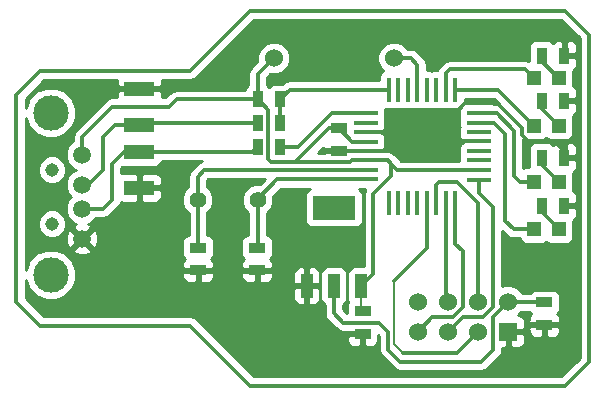
<source format=gtl>
G04 (created by PCBNEW-RS274X (2012-apr-16-27)-stable) date Wed 14 May 2014 05:30:57 PM MSK*
G01*
G70*
G90*
%MOIN*%
G04 Gerber Fmt 3.4, Leading zero omitted, Abs format*
%FSLAX34Y34*%
G04 APERTURE LIST*
%ADD10C,0.006000*%
%ADD11C,0.012000*%
%ADD12C,0.059100*%
%ADD13C,0.118100*%
%ADD14R,0.078700X0.017700*%
%ADD15R,0.017700X0.078700*%
%ADD16R,0.144000X0.080000*%
%ADD17R,0.040000X0.080000*%
%ADD18R,0.100000X0.050000*%
%ADD19R,0.035000X0.055000*%
%ADD20R,0.055000X0.035000*%
%ADD21R,0.060000X0.060000*%
%ADD22C,0.060000*%
%ADD23R,0.047200X0.047200*%
%ADD24C,0.056000*%
%ADD25C,0.045000*%
%ADD26C,0.011800*%
%ADD27C,0.008000*%
%ADD28C,0.010000*%
G04 APERTURE END LIST*
G54D10*
G54D11*
X40200Y-34700D02*
X40200Y-33900D01*
X41000Y-35500D02*
X40200Y-34700D01*
X46000Y-35500D02*
X41000Y-35500D01*
X40200Y-27800D02*
X40200Y-34000D01*
X41000Y-27000D02*
X40200Y-27800D01*
X46000Y-27000D02*
X41000Y-27000D01*
X59300Y-36700D02*
X59200Y-36800D01*
X59300Y-36600D02*
X59300Y-36700D01*
X59300Y-25800D02*
X59300Y-36600D01*
X59200Y-25700D02*
X59300Y-25800D01*
X58500Y-25000D02*
X48000Y-25000D01*
X58500Y-37500D02*
X59200Y-36800D01*
X58500Y-25000D02*
X59200Y-25700D01*
X48000Y-37500D02*
X58500Y-37500D01*
X46000Y-35500D02*
X48000Y-37500D01*
X46000Y-27000D02*
X48000Y-25000D01*
G54D12*
X42400Y-32600D03*
X42400Y-31600D03*
X42400Y-30800D03*
X42400Y-29800D03*
G54D13*
X41350Y-33800D03*
X41350Y-28400D03*
G54D14*
X51844Y-30621D03*
X51844Y-30306D03*
X51844Y-29991D03*
X51844Y-29676D03*
X51844Y-29361D03*
X51844Y-29046D03*
X51844Y-28731D03*
X51844Y-28416D03*
X55610Y-28418D03*
X55610Y-30628D03*
X55610Y-30308D03*
X55610Y-29988D03*
X55610Y-29678D03*
X55610Y-29358D03*
X55610Y-29048D03*
X55610Y-28728D03*
G54D15*
X52628Y-27628D03*
X52942Y-27628D03*
X53258Y-27628D03*
X53572Y-27628D03*
X53888Y-27628D03*
X54202Y-27628D03*
X54518Y-27628D03*
X54832Y-27628D03*
X52630Y-31408D03*
X52940Y-31408D03*
X53260Y-31408D03*
X53570Y-31408D03*
X53880Y-31408D03*
X54200Y-31408D03*
X54520Y-31408D03*
X54840Y-31408D03*
G54D16*
X50787Y-31574D03*
G54D17*
X50787Y-34174D03*
X51687Y-34174D03*
X49887Y-34174D03*
G54D18*
X44300Y-27600D03*
X44300Y-28800D03*
X44300Y-30900D03*
X44300Y-29700D03*
G54D19*
X57725Y-26500D03*
X58475Y-26500D03*
X57725Y-28000D03*
X58475Y-28000D03*
X57725Y-29900D03*
X58475Y-29900D03*
X57725Y-31500D03*
X58475Y-31500D03*
G54D20*
X46260Y-32893D03*
X46260Y-33643D03*
G54D19*
X48247Y-27953D03*
X48997Y-27953D03*
X48997Y-28740D03*
X48247Y-28740D03*
X48997Y-29528D03*
X48247Y-29528D03*
G54D20*
X57800Y-34725D03*
X57800Y-35475D03*
X51750Y-35025D03*
X51750Y-35775D03*
X48228Y-32893D03*
X48228Y-33643D03*
G54D21*
X56600Y-35700D03*
G54D22*
X56600Y-34700D03*
X55600Y-35700D03*
X55600Y-34700D03*
X54600Y-35700D03*
X54600Y-34700D03*
X53600Y-35700D03*
X53600Y-34700D03*
G54D23*
X57461Y-27259D03*
X58287Y-27259D03*
X57461Y-28834D03*
X58287Y-28834D03*
X57461Y-30709D03*
X58287Y-30709D03*
X57461Y-32283D03*
X58287Y-32283D03*
G54D24*
X46244Y-31299D03*
X48244Y-31299D03*
G54D22*
X48787Y-26575D03*
X52787Y-26575D03*
G54D20*
X50950Y-28925D03*
X50950Y-29675D03*
G54D25*
X41400Y-30300D03*
X41400Y-32100D03*
G54D26*
X55700Y-36700D02*
X56100Y-36300D01*
X56100Y-35200D02*
X56600Y-34700D01*
X50787Y-34174D02*
X50787Y-35087D01*
X56625Y-34725D02*
X56600Y-34700D01*
X52600Y-35700D02*
X52600Y-36300D01*
X52300Y-35400D02*
X52600Y-35700D01*
X51100Y-35400D02*
X52300Y-35400D01*
X50787Y-35087D02*
X51100Y-35400D01*
X57800Y-34725D02*
X56625Y-34725D01*
X56100Y-36300D02*
X56100Y-35200D01*
X52600Y-36300D02*
X53000Y-36700D01*
X53000Y-36700D02*
X55700Y-36700D01*
X53880Y-32920D02*
X52800Y-34000D01*
G54D27*
X52800Y-34000D02*
X52800Y-36100D01*
G54D26*
X53880Y-31408D02*
X53880Y-32920D01*
G54D27*
X52800Y-36100D02*
X53100Y-36400D01*
G54D26*
X53100Y-36400D02*
X54900Y-36400D01*
X54900Y-36400D02*
X55600Y-35700D01*
X54200Y-31408D02*
X54200Y-30800D01*
X54900Y-30700D02*
X55600Y-31400D01*
X55600Y-31400D02*
X55600Y-34700D01*
X54200Y-30800D02*
X54300Y-30700D01*
X54300Y-30700D02*
X54900Y-30700D01*
X56783Y-32283D02*
X57461Y-32283D01*
X56500Y-32000D02*
X56783Y-32283D01*
X56500Y-29100D02*
X56500Y-32000D01*
X56128Y-28728D02*
X56500Y-29100D01*
X55610Y-28728D02*
X56128Y-28728D01*
X56800Y-30500D02*
X57009Y-30709D01*
X56218Y-28418D02*
X56800Y-29000D01*
X56800Y-29000D02*
X56800Y-30500D01*
X55610Y-28418D02*
X56218Y-28418D01*
X57009Y-30709D02*
X57461Y-30709D01*
X54832Y-27628D02*
X56255Y-27628D01*
X56255Y-27628D02*
X57461Y-28834D01*
X54518Y-27082D02*
X54650Y-26950D01*
X57152Y-26950D02*
X57461Y-27259D01*
X54518Y-27628D02*
X54518Y-27082D01*
X54650Y-26950D02*
X57152Y-26950D01*
X54840Y-31408D02*
X54840Y-32765D01*
X54075Y-35225D02*
X53600Y-35700D01*
X54750Y-35225D02*
X54075Y-35225D01*
X55100Y-34875D02*
X54750Y-35225D01*
X55100Y-33025D02*
X55100Y-34875D01*
X54840Y-32765D02*
X55100Y-33025D01*
X54520Y-31408D02*
X54520Y-34620D01*
X54520Y-34620D02*
X54600Y-34700D01*
X55610Y-31060D02*
X56100Y-31550D01*
X55610Y-30628D02*
X55610Y-31060D01*
X56100Y-31550D02*
X56100Y-34875D01*
X56100Y-34875D02*
X55775Y-35200D01*
X55100Y-35200D02*
X54600Y-35700D01*
X55775Y-35200D02*
X55100Y-35200D01*
X43500Y-28800D02*
X44300Y-28800D01*
X44360Y-28740D02*
X44300Y-28800D01*
X42400Y-30800D02*
X42600Y-30800D01*
X48247Y-28740D02*
X44360Y-28740D01*
X42600Y-30800D02*
X43100Y-30300D01*
X43100Y-30300D02*
X43100Y-29200D01*
X43100Y-29200D02*
X43500Y-28800D01*
X44300Y-29700D02*
X48075Y-29700D01*
X48075Y-29700D02*
X48247Y-29528D01*
X44300Y-29700D02*
X43800Y-29700D01*
X43100Y-31600D02*
X42400Y-31600D01*
X43400Y-31300D02*
X43100Y-31600D01*
X43400Y-30100D02*
X43400Y-31300D01*
X43800Y-29700D02*
X43400Y-30100D01*
X50718Y-28416D02*
X49606Y-29528D01*
X51844Y-28416D02*
X50718Y-28416D01*
X49606Y-29528D02*
X48997Y-29528D01*
X52628Y-27628D02*
X49322Y-27628D01*
X49322Y-27628D02*
X48997Y-27953D01*
X48997Y-27953D02*
X48997Y-28740D01*
X53890Y-29676D02*
X54208Y-29358D01*
X58150Y-29350D02*
X58475Y-29675D01*
X54250Y-29000D02*
X55200Y-28050D01*
X51844Y-29046D02*
X53896Y-29046D01*
X53896Y-29046D02*
X54208Y-29358D01*
X54250Y-29300D02*
X54250Y-29358D01*
X51844Y-29676D02*
X53890Y-29676D01*
X54208Y-29342D02*
X54250Y-29300D01*
X54208Y-29358D02*
X54208Y-29342D01*
X50951Y-29676D02*
X50950Y-29675D01*
X58475Y-29675D02*
X58475Y-29900D01*
X54208Y-29358D02*
X54250Y-29358D01*
X54250Y-29358D02*
X54250Y-29000D01*
X57050Y-28900D02*
X57050Y-29150D01*
X57250Y-29350D02*
X58150Y-29350D01*
X54250Y-29358D02*
X55610Y-29358D01*
X56200Y-28050D02*
X57050Y-28900D01*
X51844Y-29676D02*
X50951Y-29676D01*
X57050Y-29150D02*
X57250Y-29350D01*
X55200Y-28050D02*
X56200Y-28050D01*
X46244Y-30528D02*
X46244Y-31299D01*
X46466Y-30306D02*
X46244Y-30528D01*
X51844Y-30306D02*
X46466Y-30306D01*
X46260Y-32893D02*
X46260Y-31315D01*
X46260Y-31315D02*
X46244Y-31299D01*
X57725Y-26500D02*
X57725Y-26697D01*
X57725Y-26697D02*
X58287Y-27259D01*
X57725Y-29900D02*
X57725Y-30147D01*
X57725Y-30147D02*
X58287Y-30709D01*
X57725Y-31500D02*
X57725Y-31721D01*
X57725Y-31721D02*
X58287Y-32283D01*
X52787Y-26575D02*
X53346Y-26575D01*
X53346Y-26575D02*
X53572Y-26801D01*
X53572Y-26801D02*
X53572Y-27628D01*
X48244Y-31299D02*
X48244Y-32877D01*
X48244Y-31299D02*
X48244Y-31284D01*
X48244Y-32877D02*
X48228Y-32893D01*
X48907Y-30621D02*
X51844Y-30621D01*
X48244Y-31284D02*
X48907Y-30621D01*
X57725Y-28272D02*
X58287Y-28834D01*
X57725Y-28000D02*
X57725Y-28272D01*
X45300Y-28200D02*
X43400Y-28200D01*
X48700Y-30050D02*
X49500Y-30050D01*
X51386Y-29361D02*
X50950Y-28925D01*
G54D27*
X51687Y-34174D02*
X51687Y-34962D01*
G54D26*
X48600Y-29950D02*
X48700Y-30050D01*
X48600Y-28300D02*
X48600Y-29950D01*
X48253Y-27953D02*
X48600Y-28300D01*
X48247Y-27953D02*
X45547Y-27953D01*
X49500Y-30050D02*
X50625Y-28925D01*
X43400Y-28200D02*
X42400Y-29200D01*
X51395Y-29991D02*
X51336Y-30050D01*
X45547Y-27953D02*
X45300Y-28200D01*
X42400Y-29200D02*
X42400Y-29800D01*
G54D27*
X51687Y-34962D02*
X51750Y-35025D01*
G54D26*
X48247Y-27953D02*
X48253Y-27953D01*
X50625Y-28925D02*
X50950Y-28925D01*
X52100Y-33761D02*
X51687Y-34174D01*
X51844Y-29991D02*
X52591Y-29991D01*
X52591Y-29991D02*
X52700Y-30100D01*
X52700Y-30500D02*
X52100Y-31100D01*
X52100Y-31100D02*
X52100Y-32400D01*
X48247Y-27953D02*
X48247Y-27115D01*
X52100Y-32400D02*
X52100Y-32500D01*
X52100Y-32400D02*
X52100Y-33761D01*
X51844Y-29991D02*
X51395Y-29991D01*
X51336Y-30050D02*
X49500Y-30050D01*
X55610Y-30308D02*
X52908Y-30308D01*
X51844Y-29361D02*
X51386Y-29361D01*
X52700Y-30100D02*
X52700Y-30500D01*
X48247Y-27115D02*
X48787Y-26575D01*
X52908Y-30308D02*
X52700Y-30100D01*
G54D10*
G36*
X51000Y-29725D02*
X50900Y-29725D01*
X50850Y-29725D01*
X50487Y-29725D01*
X50471Y-29741D01*
X50245Y-29741D01*
X50425Y-29561D01*
X50425Y-29563D01*
X50487Y-29625D01*
X50850Y-29625D01*
X50900Y-29625D01*
X51000Y-29625D01*
X51000Y-29725D01*
X51000Y-29725D01*
G37*
G54D28*
X51000Y-29725D02*
X50900Y-29725D01*
X50850Y-29725D01*
X50487Y-29725D01*
X50471Y-29741D01*
X50245Y-29741D01*
X50425Y-29561D01*
X50425Y-29563D01*
X50487Y-29625D01*
X50850Y-29625D01*
X50900Y-29625D01*
X51000Y-29625D01*
X51000Y-29725D01*
G54D10*
G36*
X55114Y-29363D02*
X55076Y-29379D01*
X55053Y-29402D01*
X55029Y-29402D01*
X54968Y-29463D01*
X54968Y-29496D01*
X54977Y-29518D01*
X54968Y-29540D01*
X54968Y-29639D01*
X54968Y-29815D01*
X54975Y-29832D01*
X54968Y-29850D01*
X54968Y-29949D01*
X54968Y-29999D01*
X53035Y-29999D01*
X52919Y-29883D01*
X52918Y-29882D01*
X52918Y-29881D01*
X52809Y-29773D01*
X52709Y-29706D01*
X52591Y-29682D01*
X52354Y-29682D01*
X52339Y-29675D01*
X52378Y-29660D01*
X52406Y-29632D01*
X52425Y-29632D01*
X52486Y-29571D01*
X52486Y-29538D01*
X52477Y-29518D01*
X52486Y-29499D01*
X52486Y-29400D01*
X52486Y-29224D01*
X52477Y-29203D01*
X52486Y-29184D01*
X52486Y-29151D01*
X52425Y-29090D01*
X52406Y-29090D01*
X52378Y-29062D01*
X52339Y-29045D01*
X52378Y-29030D01*
X52406Y-29002D01*
X52425Y-29002D01*
X52486Y-28941D01*
X52486Y-28908D01*
X52477Y-28888D01*
X52486Y-28869D01*
X52486Y-28770D01*
X52486Y-28594D01*
X52477Y-28573D01*
X52486Y-28554D01*
X52486Y-28455D01*
X52486Y-28279D01*
X52480Y-28266D01*
X52490Y-28270D01*
X52589Y-28270D01*
X52765Y-28270D01*
X52784Y-28261D01*
X52804Y-28270D01*
X52903Y-28270D01*
X53079Y-28270D01*
X53099Y-28261D01*
X53120Y-28270D01*
X53219Y-28270D01*
X53395Y-28270D01*
X53414Y-28261D01*
X53434Y-28270D01*
X53533Y-28270D01*
X53709Y-28270D01*
X53729Y-28261D01*
X53750Y-28270D01*
X53849Y-28270D01*
X54025Y-28270D01*
X54044Y-28261D01*
X54064Y-28270D01*
X54163Y-28270D01*
X54339Y-28270D01*
X54359Y-28261D01*
X54380Y-28270D01*
X54479Y-28270D01*
X54655Y-28270D01*
X54674Y-28261D01*
X54694Y-28270D01*
X54793Y-28270D01*
X54969Y-28270D01*
X54972Y-28268D01*
X54968Y-28280D01*
X54968Y-28379D01*
X54968Y-28555D01*
X54975Y-28572D01*
X54968Y-28590D01*
X54968Y-28689D01*
X54968Y-28865D01*
X54977Y-28887D01*
X54968Y-28910D01*
X54968Y-29009D01*
X54968Y-29185D01*
X54975Y-29202D01*
X54968Y-29220D01*
X54968Y-29253D01*
X55029Y-29314D01*
X55043Y-29314D01*
X55076Y-29347D01*
X55114Y-29363D01*
X55114Y-29363D01*
G37*
G54D28*
X55114Y-29363D02*
X55076Y-29379D01*
X55053Y-29402D01*
X55029Y-29402D01*
X54968Y-29463D01*
X54968Y-29496D01*
X54977Y-29518D01*
X54968Y-29540D01*
X54968Y-29639D01*
X54968Y-29815D01*
X54975Y-29832D01*
X54968Y-29850D01*
X54968Y-29949D01*
X54968Y-29999D01*
X53035Y-29999D01*
X52919Y-29883D01*
X52918Y-29882D01*
X52918Y-29881D01*
X52809Y-29773D01*
X52709Y-29706D01*
X52591Y-29682D01*
X52354Y-29682D01*
X52339Y-29675D01*
X52378Y-29660D01*
X52406Y-29632D01*
X52425Y-29632D01*
X52486Y-29571D01*
X52486Y-29538D01*
X52477Y-29518D01*
X52486Y-29499D01*
X52486Y-29400D01*
X52486Y-29224D01*
X52477Y-29203D01*
X52486Y-29184D01*
X52486Y-29151D01*
X52425Y-29090D01*
X52406Y-29090D01*
X52378Y-29062D01*
X52339Y-29045D01*
X52378Y-29030D01*
X52406Y-29002D01*
X52425Y-29002D01*
X52486Y-28941D01*
X52486Y-28908D01*
X52477Y-28888D01*
X52486Y-28869D01*
X52486Y-28770D01*
X52486Y-28594D01*
X52477Y-28573D01*
X52486Y-28554D01*
X52486Y-28455D01*
X52486Y-28279D01*
X52480Y-28266D01*
X52490Y-28270D01*
X52589Y-28270D01*
X52765Y-28270D01*
X52784Y-28261D01*
X52804Y-28270D01*
X52903Y-28270D01*
X53079Y-28270D01*
X53099Y-28261D01*
X53120Y-28270D01*
X53219Y-28270D01*
X53395Y-28270D01*
X53414Y-28261D01*
X53434Y-28270D01*
X53533Y-28270D01*
X53709Y-28270D01*
X53729Y-28261D01*
X53750Y-28270D01*
X53849Y-28270D01*
X54025Y-28270D01*
X54044Y-28261D01*
X54064Y-28270D01*
X54163Y-28270D01*
X54339Y-28270D01*
X54359Y-28261D01*
X54380Y-28270D01*
X54479Y-28270D01*
X54655Y-28270D01*
X54674Y-28261D01*
X54694Y-28270D01*
X54793Y-28270D01*
X54969Y-28270D01*
X54972Y-28268D01*
X54968Y-28280D01*
X54968Y-28379D01*
X54968Y-28555D01*
X54975Y-28572D01*
X54968Y-28590D01*
X54968Y-28689D01*
X54968Y-28865D01*
X54977Y-28887D01*
X54968Y-28910D01*
X54968Y-29009D01*
X54968Y-29185D01*
X54975Y-29202D01*
X54968Y-29220D01*
X54968Y-29253D01*
X55029Y-29314D01*
X55043Y-29314D01*
X55076Y-29347D01*
X55114Y-29363D01*
G54D10*
G36*
X56320Y-28129D02*
X56218Y-28109D01*
X56120Y-28109D01*
X56053Y-28081D01*
X55954Y-28081D01*
X55168Y-28081D01*
X55164Y-28082D01*
X55169Y-28071D01*
X55169Y-27972D01*
X55169Y-27937D01*
X56127Y-27937D01*
X56320Y-28129D01*
X56320Y-28129D01*
G37*
G54D28*
X56320Y-28129D02*
X56218Y-28109D01*
X56120Y-28109D01*
X56053Y-28081D01*
X55954Y-28081D01*
X55168Y-28081D01*
X55164Y-28082D01*
X55169Y-28071D01*
X55169Y-27972D01*
X55169Y-27937D01*
X56127Y-27937D01*
X56320Y-28129D01*
G54D10*
G36*
X58990Y-36571D02*
X58982Y-36579D01*
X58980Y-36581D01*
X58900Y-36661D01*
X58900Y-31612D01*
X58838Y-31550D01*
X58575Y-31550D01*
X58525Y-31550D01*
X58425Y-31550D01*
X58425Y-31450D01*
X58525Y-31450D01*
X58575Y-31450D01*
X58838Y-31450D01*
X58900Y-31388D01*
X58899Y-31274D01*
X58899Y-31175D01*
X58861Y-31084D01*
X58791Y-31014D01*
X58768Y-31004D01*
X58772Y-30995D01*
X58772Y-30896D01*
X58772Y-30424D01*
X58761Y-30398D01*
X58791Y-30386D01*
X58861Y-30316D01*
X58899Y-30225D01*
X58899Y-30126D01*
X58900Y-30012D01*
X58900Y-29788D01*
X58899Y-29674D01*
X58899Y-29575D01*
X58861Y-29484D01*
X58791Y-29414D01*
X58699Y-29376D01*
X58587Y-29375D01*
X58525Y-29437D01*
X58525Y-29850D01*
X58838Y-29850D01*
X58900Y-29788D01*
X58900Y-30012D01*
X58838Y-29950D01*
X58575Y-29950D01*
X58525Y-29950D01*
X58425Y-29950D01*
X58425Y-29850D01*
X58425Y-29800D01*
X58425Y-29437D01*
X58363Y-29375D01*
X58251Y-29376D01*
X58159Y-29414D01*
X58100Y-29473D01*
X58041Y-29414D01*
X57950Y-29376D01*
X57851Y-29376D01*
X57501Y-29376D01*
X57409Y-29414D01*
X57339Y-29484D01*
X57301Y-29575D01*
X57301Y-29674D01*
X57301Y-30224D01*
X57176Y-30224D01*
X57109Y-30251D01*
X57109Y-29291D01*
X57175Y-29319D01*
X57274Y-29319D01*
X57746Y-29319D01*
X57838Y-29281D01*
X57874Y-29245D01*
X57910Y-29281D01*
X58001Y-29319D01*
X58100Y-29319D01*
X58572Y-29319D01*
X58664Y-29281D01*
X58734Y-29211D01*
X58772Y-29120D01*
X58772Y-29021D01*
X58772Y-28549D01*
X58752Y-28501D01*
X58791Y-28486D01*
X58861Y-28416D01*
X58899Y-28325D01*
X58899Y-28226D01*
X58900Y-28112D01*
X58838Y-28050D01*
X58575Y-28050D01*
X58525Y-28050D01*
X58425Y-28050D01*
X58425Y-27950D01*
X58525Y-27950D01*
X58575Y-27950D01*
X58838Y-27950D01*
X58900Y-27888D01*
X58899Y-27774D01*
X58899Y-27675D01*
X58861Y-27584D01*
X58791Y-27514D01*
X58772Y-27506D01*
X58772Y-27446D01*
X58772Y-26993D01*
X58791Y-26986D01*
X58861Y-26916D01*
X58899Y-26825D01*
X58899Y-26726D01*
X58900Y-26612D01*
X58900Y-26388D01*
X58899Y-26274D01*
X58899Y-26175D01*
X58861Y-26084D01*
X58791Y-26014D01*
X58699Y-25976D01*
X58587Y-25975D01*
X58525Y-26037D01*
X58525Y-26450D01*
X58838Y-26450D01*
X58900Y-26388D01*
X58900Y-26612D01*
X58838Y-26550D01*
X58575Y-26550D01*
X58525Y-26550D01*
X58425Y-26550D01*
X58425Y-26450D01*
X58425Y-26400D01*
X58425Y-26037D01*
X58363Y-25975D01*
X58251Y-25976D01*
X58159Y-26014D01*
X58100Y-26073D01*
X58041Y-26014D01*
X57950Y-25976D01*
X57851Y-25976D01*
X57501Y-25976D01*
X57409Y-26014D01*
X57339Y-26084D01*
X57301Y-26175D01*
X57301Y-26274D01*
X57301Y-26685D01*
X57270Y-26665D01*
X57152Y-26641D01*
X54650Y-26641D01*
X54532Y-26665D01*
X54498Y-26687D01*
X54431Y-26732D01*
X54300Y-26864D01*
X54233Y-26964D01*
X54228Y-26986D01*
X54065Y-26986D01*
X54045Y-26994D01*
X54026Y-26986D01*
X53927Y-26986D01*
X53881Y-26986D01*
X53881Y-26801D01*
X53860Y-26702D01*
X53857Y-26683D01*
X53857Y-26682D01*
X53790Y-26583D01*
X53790Y-26582D01*
X53564Y-26357D01*
X53464Y-26290D01*
X53346Y-26266D01*
X53252Y-26266D01*
X53252Y-26264D01*
X53098Y-26110D01*
X52896Y-26026D01*
X52678Y-26026D01*
X52476Y-26110D01*
X52322Y-26264D01*
X52238Y-26466D01*
X52238Y-26684D01*
X52322Y-26886D01*
X52442Y-27006D01*
X52399Y-27024D01*
X52329Y-27094D01*
X52291Y-27185D01*
X52291Y-27284D01*
X52291Y-27319D01*
X49322Y-27319D01*
X49223Y-27339D01*
X49203Y-27343D01*
X49103Y-27410D01*
X49084Y-27429D01*
X48773Y-27429D01*
X48681Y-27467D01*
X48622Y-27526D01*
X48563Y-27467D01*
X48556Y-27464D01*
X48556Y-27242D01*
X48675Y-27122D01*
X48678Y-27124D01*
X48896Y-27124D01*
X49098Y-27040D01*
X49252Y-26886D01*
X49336Y-26684D01*
X49336Y-26466D01*
X49252Y-26264D01*
X49098Y-26110D01*
X48896Y-26026D01*
X48678Y-26026D01*
X48476Y-26110D01*
X48322Y-26264D01*
X48238Y-26466D01*
X48238Y-26684D01*
X48239Y-26686D01*
X48029Y-26897D01*
X47962Y-26997D01*
X47938Y-27115D01*
X47938Y-27464D01*
X47931Y-27467D01*
X47861Y-27537D01*
X47823Y-27628D01*
X47823Y-27644D01*
X45547Y-27644D01*
X45429Y-27668D01*
X45328Y-27735D01*
X45172Y-27891D01*
X45049Y-27891D01*
X45050Y-27712D01*
X44988Y-27650D01*
X44400Y-27650D01*
X44350Y-27650D01*
X44250Y-27650D01*
X44200Y-27650D01*
X43612Y-27650D01*
X43550Y-27712D01*
X43550Y-27891D01*
X43400Y-27891D01*
X43282Y-27915D01*
X43181Y-27982D01*
X42182Y-28982D01*
X42115Y-29082D01*
X42091Y-29200D01*
X42091Y-29340D01*
X41939Y-29492D01*
X41856Y-29692D01*
X41856Y-29908D01*
X41939Y-30108D01*
X42092Y-30261D01*
X42185Y-30300D01*
X42092Y-30339D01*
X41939Y-30492D01*
X41875Y-30646D01*
X41875Y-30395D01*
X41875Y-30206D01*
X41803Y-30031D01*
X41669Y-29898D01*
X41495Y-29825D01*
X41306Y-29825D01*
X41131Y-29897D01*
X40998Y-30031D01*
X40925Y-30205D01*
X40925Y-30394D01*
X40997Y-30569D01*
X41131Y-30702D01*
X41305Y-30775D01*
X41494Y-30775D01*
X41669Y-30703D01*
X41802Y-30569D01*
X41875Y-30395D01*
X41875Y-30646D01*
X41856Y-30692D01*
X41856Y-30908D01*
X41939Y-31108D01*
X42031Y-31200D01*
X41939Y-31292D01*
X41856Y-31492D01*
X41856Y-31708D01*
X41939Y-31908D01*
X42092Y-32061D01*
X42192Y-32102D01*
X42121Y-32132D01*
X42096Y-32225D01*
X42400Y-32529D01*
X42704Y-32225D01*
X42679Y-32132D01*
X42602Y-32104D01*
X42708Y-32061D01*
X42860Y-31909D01*
X43100Y-31909D01*
X43100Y-31908D01*
X43218Y-31885D01*
X43318Y-31818D01*
X43618Y-31519D01*
X43618Y-31518D01*
X43685Y-31418D01*
X43693Y-31375D01*
X43750Y-31399D01*
X43849Y-31399D01*
X44188Y-31400D01*
X44250Y-31338D01*
X44250Y-31000D01*
X44250Y-30950D01*
X44250Y-30850D01*
X44250Y-30800D01*
X44250Y-30462D01*
X44188Y-30400D01*
X43849Y-30401D01*
X43750Y-30401D01*
X43709Y-30418D01*
X43709Y-30227D01*
X43741Y-30195D01*
X43750Y-30199D01*
X43849Y-30199D01*
X44849Y-30199D01*
X44941Y-30161D01*
X45011Y-30091D01*
X45045Y-30009D01*
X46407Y-30009D01*
X46348Y-30021D01*
X46314Y-30043D01*
X46247Y-30088D01*
X46026Y-30310D01*
X45959Y-30410D01*
X45935Y-30528D01*
X45935Y-30858D01*
X45795Y-30998D01*
X45714Y-31193D01*
X45714Y-31404D01*
X45795Y-31599D01*
X45943Y-31748D01*
X45951Y-31751D01*
X45951Y-32469D01*
X45936Y-32469D01*
X45844Y-32507D01*
X45774Y-32577D01*
X45736Y-32668D01*
X45736Y-32767D01*
X45736Y-33117D01*
X45774Y-33209D01*
X45833Y-33268D01*
X45774Y-33327D01*
X45736Y-33419D01*
X45735Y-33531D01*
X45797Y-33593D01*
X46160Y-33593D01*
X46210Y-33593D01*
X46310Y-33593D01*
X46360Y-33593D01*
X46723Y-33593D01*
X46785Y-33531D01*
X46784Y-33419D01*
X46746Y-33327D01*
X46687Y-33268D01*
X46746Y-33209D01*
X46784Y-33118D01*
X46784Y-33019D01*
X46784Y-32669D01*
X46746Y-32577D01*
X46676Y-32507D01*
X46585Y-32469D01*
X46569Y-32469D01*
X46569Y-31723D01*
X46693Y-31600D01*
X46774Y-31405D01*
X46774Y-31194D01*
X46693Y-30999D01*
X46553Y-30858D01*
X46553Y-30655D01*
X46593Y-30615D01*
X48476Y-30615D01*
X48322Y-30769D01*
X48139Y-30769D01*
X47944Y-30850D01*
X47795Y-30998D01*
X47714Y-31193D01*
X47714Y-31404D01*
X47795Y-31599D01*
X47935Y-31739D01*
X47935Y-32469D01*
X47904Y-32469D01*
X47812Y-32507D01*
X47742Y-32577D01*
X47704Y-32668D01*
X47704Y-32767D01*
X47704Y-33117D01*
X47742Y-33209D01*
X47801Y-33268D01*
X47742Y-33327D01*
X47704Y-33419D01*
X47703Y-33531D01*
X47765Y-33593D01*
X48128Y-33593D01*
X48178Y-33593D01*
X48278Y-33593D01*
X48328Y-33593D01*
X48691Y-33593D01*
X48753Y-33531D01*
X48752Y-33419D01*
X48714Y-33327D01*
X48655Y-33268D01*
X48714Y-33209D01*
X48752Y-33118D01*
X48752Y-33019D01*
X48752Y-32669D01*
X48714Y-32577D01*
X48644Y-32507D01*
X48553Y-32469D01*
X48553Y-31739D01*
X48693Y-31600D01*
X48774Y-31405D01*
X48774Y-31194D01*
X48772Y-31191D01*
X49034Y-30930D01*
X50005Y-30930D01*
X49926Y-30963D01*
X49856Y-31033D01*
X49818Y-31124D01*
X49818Y-31223D01*
X49818Y-32023D01*
X49856Y-32115D01*
X49926Y-32185D01*
X50017Y-32223D01*
X50116Y-32223D01*
X51556Y-32223D01*
X51648Y-32185D01*
X51718Y-32115D01*
X51756Y-32024D01*
X51756Y-31925D01*
X51756Y-31125D01*
X51718Y-31033D01*
X51648Y-30963D01*
X51636Y-30958D01*
X51831Y-30958D01*
X51815Y-30982D01*
X51791Y-31100D01*
X51791Y-32400D01*
X51791Y-32500D01*
X51791Y-33525D01*
X51438Y-33525D01*
X51346Y-33563D01*
X51276Y-33633D01*
X51238Y-33724D01*
X51238Y-33823D01*
X51238Y-34623D01*
X51270Y-34702D01*
X51264Y-34709D01*
X51226Y-34800D01*
X51226Y-34899D01*
X51226Y-35089D01*
X51096Y-34959D01*
X51096Y-34798D01*
X51128Y-34785D01*
X51198Y-34715D01*
X51236Y-34624D01*
X51236Y-34525D01*
X51236Y-33725D01*
X51198Y-33633D01*
X51128Y-33563D01*
X51037Y-33525D01*
X50938Y-33525D01*
X50538Y-33525D01*
X50446Y-33563D01*
X50376Y-33633D01*
X50338Y-33724D01*
X50338Y-33823D01*
X50338Y-34623D01*
X50376Y-34715D01*
X50446Y-34785D01*
X50478Y-34798D01*
X50478Y-35087D01*
X50502Y-35205D01*
X50569Y-35305D01*
X50881Y-35618D01*
X50882Y-35618D01*
X50981Y-35685D01*
X50982Y-35685D01*
X51001Y-35688D01*
X51100Y-35709D01*
X51271Y-35709D01*
X51287Y-35725D01*
X51650Y-35725D01*
X51700Y-35725D01*
X51800Y-35725D01*
X51800Y-35825D01*
X51800Y-35875D01*
X51800Y-36138D01*
X51862Y-36200D01*
X51976Y-36199D01*
X52075Y-36199D01*
X52166Y-36161D01*
X52236Y-36091D01*
X52274Y-35999D01*
X52275Y-35887D01*
X52263Y-35875D01*
X52275Y-35875D01*
X52275Y-35811D01*
X52291Y-35827D01*
X52291Y-36300D01*
X52315Y-36418D01*
X52382Y-36518D01*
X52781Y-36918D01*
X52782Y-36918D01*
X52848Y-36962D01*
X52881Y-36984D01*
X52882Y-36985D01*
X53000Y-37009D01*
X55700Y-37009D01*
X55700Y-37008D01*
X55818Y-36985D01*
X55918Y-36918D01*
X56318Y-36519D01*
X56318Y-36518D01*
X56362Y-36452D01*
X56384Y-36419D01*
X56385Y-36418D01*
X56408Y-36300D01*
X56409Y-36300D01*
X56409Y-36249D01*
X56488Y-36250D01*
X56550Y-36188D01*
X56550Y-35800D01*
X56550Y-35750D01*
X56550Y-35650D01*
X56650Y-35650D01*
X56700Y-35650D01*
X57088Y-35650D01*
X57150Y-35588D01*
X57149Y-35449D01*
X57149Y-35350D01*
X57111Y-35259D01*
X57041Y-35189D01*
X56949Y-35151D01*
X56925Y-35150D01*
X57042Y-35034D01*
X57311Y-35034D01*
X57314Y-35041D01*
X57373Y-35100D01*
X57314Y-35159D01*
X57276Y-35251D01*
X57275Y-35363D01*
X57337Y-35425D01*
X57700Y-35425D01*
X57750Y-35425D01*
X57850Y-35425D01*
X57900Y-35425D01*
X58263Y-35425D01*
X58325Y-35363D01*
X58324Y-35251D01*
X58286Y-35159D01*
X58227Y-35100D01*
X58286Y-35041D01*
X58324Y-34950D01*
X58324Y-34851D01*
X58324Y-34501D01*
X58286Y-34409D01*
X58216Y-34339D01*
X58125Y-34301D01*
X58026Y-34301D01*
X57476Y-34301D01*
X57384Y-34339D01*
X57314Y-34409D01*
X57311Y-34416D01*
X57076Y-34416D01*
X57065Y-34389D01*
X56911Y-34235D01*
X56709Y-34151D01*
X56491Y-34151D01*
X56409Y-34185D01*
X56409Y-32345D01*
X56564Y-32501D01*
X56565Y-32501D01*
X56665Y-32568D01*
X56783Y-32592D01*
X56985Y-32592D01*
X57014Y-32660D01*
X57084Y-32730D01*
X57175Y-32768D01*
X57274Y-32768D01*
X57746Y-32768D01*
X57838Y-32730D01*
X57874Y-32694D01*
X57910Y-32730D01*
X58001Y-32768D01*
X58100Y-32768D01*
X58572Y-32768D01*
X58664Y-32730D01*
X58734Y-32660D01*
X58772Y-32569D01*
X58772Y-32470D01*
X58772Y-31998D01*
X58770Y-31994D01*
X58791Y-31986D01*
X58861Y-31916D01*
X58899Y-31825D01*
X58899Y-31726D01*
X58900Y-31612D01*
X58900Y-36661D01*
X58371Y-37190D01*
X58325Y-37190D01*
X58325Y-35587D01*
X58263Y-35525D01*
X57850Y-35525D01*
X57850Y-35838D01*
X57912Y-35900D01*
X58026Y-35899D01*
X58125Y-35899D01*
X58216Y-35861D01*
X58286Y-35791D01*
X58324Y-35699D01*
X58325Y-35587D01*
X58325Y-37190D01*
X57750Y-37190D01*
X57750Y-35838D01*
X57750Y-35525D01*
X57337Y-35525D01*
X57275Y-35587D01*
X57276Y-35699D01*
X57314Y-35791D01*
X57384Y-35861D01*
X57475Y-35899D01*
X57574Y-35899D01*
X57688Y-35900D01*
X57750Y-35838D01*
X57750Y-37190D01*
X57150Y-37190D01*
X57150Y-35812D01*
X57088Y-35750D01*
X56650Y-35750D01*
X56650Y-36188D01*
X56712Y-36250D01*
X56949Y-36249D01*
X57041Y-36211D01*
X57111Y-36141D01*
X57149Y-36050D01*
X57149Y-35951D01*
X57150Y-35812D01*
X57150Y-37190D01*
X52275Y-37190D01*
X51700Y-37190D01*
X51700Y-36138D01*
X51700Y-35825D01*
X51287Y-35825D01*
X51225Y-35887D01*
X51226Y-35999D01*
X51264Y-36091D01*
X51334Y-36161D01*
X51425Y-36199D01*
X51524Y-36199D01*
X51638Y-36200D01*
X51700Y-36138D01*
X51700Y-37190D01*
X50337Y-37190D01*
X50337Y-34286D01*
X50337Y-34062D01*
X50336Y-33823D01*
X50336Y-33724D01*
X50298Y-33633D01*
X50228Y-33563D01*
X50136Y-33525D01*
X49999Y-33524D01*
X49937Y-33586D01*
X49937Y-34124D01*
X50275Y-34124D01*
X50337Y-34062D01*
X50337Y-34286D01*
X50275Y-34224D01*
X49937Y-34224D01*
X49937Y-34762D01*
X49999Y-34824D01*
X50136Y-34823D01*
X50228Y-34785D01*
X50298Y-34715D01*
X50336Y-34624D01*
X50336Y-34525D01*
X50337Y-34286D01*
X50337Y-37190D01*
X49837Y-37190D01*
X49837Y-34762D01*
X49837Y-34224D01*
X49837Y-34124D01*
X49837Y-33586D01*
X49775Y-33524D01*
X49638Y-33525D01*
X49546Y-33563D01*
X49476Y-33633D01*
X49438Y-33724D01*
X49438Y-33823D01*
X49437Y-34062D01*
X49499Y-34124D01*
X49837Y-34124D01*
X49837Y-34224D01*
X49499Y-34224D01*
X49437Y-34286D01*
X49438Y-34525D01*
X49438Y-34624D01*
X49476Y-34715D01*
X49546Y-34785D01*
X49638Y-34823D01*
X49775Y-34824D01*
X49837Y-34762D01*
X49837Y-37190D01*
X48753Y-37190D01*
X48753Y-33755D01*
X48691Y-33693D01*
X48278Y-33693D01*
X48278Y-34006D01*
X48340Y-34068D01*
X48454Y-34067D01*
X48553Y-34067D01*
X48644Y-34029D01*
X48714Y-33959D01*
X48752Y-33867D01*
X48753Y-33755D01*
X48753Y-37190D01*
X48178Y-37190D01*
X48178Y-34006D01*
X48178Y-33693D01*
X47765Y-33693D01*
X47703Y-33755D01*
X47704Y-33867D01*
X47742Y-33959D01*
X47812Y-34029D01*
X47903Y-34067D01*
X48002Y-34067D01*
X48116Y-34068D01*
X48178Y-34006D01*
X48178Y-37190D01*
X48128Y-37190D01*
X46785Y-35847D01*
X46785Y-33755D01*
X46723Y-33693D01*
X46310Y-33693D01*
X46310Y-34006D01*
X46372Y-34068D01*
X46486Y-34067D01*
X46585Y-34067D01*
X46676Y-34029D01*
X46746Y-33959D01*
X46784Y-33867D01*
X46785Y-33755D01*
X46785Y-35847D01*
X46219Y-35281D01*
X46210Y-35274D01*
X46210Y-34006D01*
X46210Y-33693D01*
X45797Y-33693D01*
X45735Y-33755D01*
X45736Y-33867D01*
X45774Y-33959D01*
X45844Y-34029D01*
X45935Y-34067D01*
X46034Y-34067D01*
X46148Y-34068D01*
X46210Y-34006D01*
X46210Y-35274D01*
X46119Y-35214D01*
X46000Y-35190D01*
X45050Y-35190D01*
X45050Y-31012D01*
X45050Y-30788D01*
X45049Y-30601D01*
X45011Y-30509D01*
X44941Y-30439D01*
X44850Y-30401D01*
X44751Y-30401D01*
X44412Y-30400D01*
X44350Y-30462D01*
X44350Y-30850D01*
X44988Y-30850D01*
X45050Y-30788D01*
X45050Y-31012D01*
X44988Y-30950D01*
X44350Y-30950D01*
X44350Y-31338D01*
X44412Y-31400D01*
X44751Y-31399D01*
X44850Y-31399D01*
X44941Y-31361D01*
X45011Y-31291D01*
X45049Y-31199D01*
X45050Y-31012D01*
X45050Y-35190D01*
X42940Y-35190D01*
X42940Y-32678D01*
X42928Y-32466D01*
X42868Y-32321D01*
X42775Y-32296D01*
X42471Y-32600D01*
X42775Y-32904D01*
X42868Y-32879D01*
X42940Y-32678D01*
X42940Y-35190D01*
X42704Y-35190D01*
X42704Y-32975D01*
X42400Y-32671D01*
X42329Y-32742D01*
X42329Y-32600D01*
X42025Y-32296D01*
X41932Y-32321D01*
X41875Y-32480D01*
X41875Y-32195D01*
X41875Y-32006D01*
X41803Y-31831D01*
X41669Y-31698D01*
X41495Y-31625D01*
X41306Y-31625D01*
X41131Y-31697D01*
X40998Y-31831D01*
X40925Y-32005D01*
X40925Y-32194D01*
X40997Y-32369D01*
X41131Y-32502D01*
X41305Y-32575D01*
X41494Y-32575D01*
X41669Y-32503D01*
X41802Y-32369D01*
X41875Y-32195D01*
X41875Y-32480D01*
X41860Y-32522D01*
X41872Y-32734D01*
X41932Y-32879D01*
X42025Y-32904D01*
X42329Y-32600D01*
X42329Y-32742D01*
X42096Y-32975D01*
X42121Y-33068D01*
X42322Y-33140D01*
X42534Y-33128D01*
X42679Y-33068D01*
X42704Y-32975D01*
X42704Y-35190D01*
X41128Y-35190D01*
X40510Y-34572D01*
X40510Y-34000D01*
X40510Y-33966D01*
X40637Y-34275D01*
X40873Y-34511D01*
X41182Y-34640D01*
X41516Y-34640D01*
X41825Y-34513D01*
X42061Y-34277D01*
X42190Y-33968D01*
X42190Y-33634D01*
X42063Y-33325D01*
X41827Y-33089D01*
X41518Y-32960D01*
X41184Y-32960D01*
X40875Y-33087D01*
X40639Y-33323D01*
X40510Y-33632D01*
X40510Y-28566D01*
X40637Y-28875D01*
X40873Y-29111D01*
X41182Y-29240D01*
X41516Y-29240D01*
X41825Y-29113D01*
X42061Y-28877D01*
X42190Y-28568D01*
X42190Y-28234D01*
X42063Y-27925D01*
X41827Y-27689D01*
X41518Y-27560D01*
X41184Y-27560D01*
X40875Y-27687D01*
X40639Y-27923D01*
X40510Y-28232D01*
X40510Y-27928D01*
X41128Y-27310D01*
X43550Y-27310D01*
X43550Y-27488D01*
X43612Y-27550D01*
X44200Y-27550D01*
X44250Y-27550D01*
X44350Y-27550D01*
X44400Y-27550D01*
X44988Y-27550D01*
X45050Y-27488D01*
X45049Y-27310D01*
X46000Y-27310D01*
X46118Y-27286D01*
X46119Y-27286D01*
X46219Y-27219D01*
X48128Y-25310D01*
X58371Y-25310D01*
X58980Y-25919D01*
X58981Y-25919D01*
X58982Y-25920D01*
X58990Y-25928D01*
X58990Y-36571D01*
X58990Y-36571D01*
G37*
G54D28*
X58990Y-36571D02*
X58982Y-36579D01*
X58980Y-36581D01*
X58900Y-36661D01*
X58900Y-31612D01*
X58838Y-31550D01*
X58575Y-31550D01*
X58525Y-31550D01*
X58425Y-31550D01*
X58425Y-31450D01*
X58525Y-31450D01*
X58575Y-31450D01*
X58838Y-31450D01*
X58900Y-31388D01*
X58899Y-31274D01*
X58899Y-31175D01*
X58861Y-31084D01*
X58791Y-31014D01*
X58768Y-31004D01*
X58772Y-30995D01*
X58772Y-30896D01*
X58772Y-30424D01*
X58761Y-30398D01*
X58791Y-30386D01*
X58861Y-30316D01*
X58899Y-30225D01*
X58899Y-30126D01*
X58900Y-30012D01*
X58900Y-29788D01*
X58899Y-29674D01*
X58899Y-29575D01*
X58861Y-29484D01*
X58791Y-29414D01*
X58699Y-29376D01*
X58587Y-29375D01*
X58525Y-29437D01*
X58525Y-29850D01*
X58838Y-29850D01*
X58900Y-29788D01*
X58900Y-30012D01*
X58838Y-29950D01*
X58575Y-29950D01*
X58525Y-29950D01*
X58425Y-29950D01*
X58425Y-29850D01*
X58425Y-29800D01*
X58425Y-29437D01*
X58363Y-29375D01*
X58251Y-29376D01*
X58159Y-29414D01*
X58100Y-29473D01*
X58041Y-29414D01*
X57950Y-29376D01*
X57851Y-29376D01*
X57501Y-29376D01*
X57409Y-29414D01*
X57339Y-29484D01*
X57301Y-29575D01*
X57301Y-29674D01*
X57301Y-30224D01*
X57176Y-30224D01*
X57109Y-30251D01*
X57109Y-29291D01*
X57175Y-29319D01*
X57274Y-29319D01*
X57746Y-29319D01*
X57838Y-29281D01*
X57874Y-29245D01*
X57910Y-29281D01*
X58001Y-29319D01*
X58100Y-29319D01*
X58572Y-29319D01*
X58664Y-29281D01*
X58734Y-29211D01*
X58772Y-29120D01*
X58772Y-29021D01*
X58772Y-28549D01*
X58752Y-28501D01*
X58791Y-28486D01*
X58861Y-28416D01*
X58899Y-28325D01*
X58899Y-28226D01*
X58900Y-28112D01*
X58838Y-28050D01*
X58575Y-28050D01*
X58525Y-28050D01*
X58425Y-28050D01*
X58425Y-27950D01*
X58525Y-27950D01*
X58575Y-27950D01*
X58838Y-27950D01*
X58900Y-27888D01*
X58899Y-27774D01*
X58899Y-27675D01*
X58861Y-27584D01*
X58791Y-27514D01*
X58772Y-27506D01*
X58772Y-27446D01*
X58772Y-26993D01*
X58791Y-26986D01*
X58861Y-26916D01*
X58899Y-26825D01*
X58899Y-26726D01*
X58900Y-26612D01*
X58900Y-26388D01*
X58899Y-26274D01*
X58899Y-26175D01*
X58861Y-26084D01*
X58791Y-26014D01*
X58699Y-25976D01*
X58587Y-25975D01*
X58525Y-26037D01*
X58525Y-26450D01*
X58838Y-26450D01*
X58900Y-26388D01*
X58900Y-26612D01*
X58838Y-26550D01*
X58575Y-26550D01*
X58525Y-26550D01*
X58425Y-26550D01*
X58425Y-26450D01*
X58425Y-26400D01*
X58425Y-26037D01*
X58363Y-25975D01*
X58251Y-25976D01*
X58159Y-26014D01*
X58100Y-26073D01*
X58041Y-26014D01*
X57950Y-25976D01*
X57851Y-25976D01*
X57501Y-25976D01*
X57409Y-26014D01*
X57339Y-26084D01*
X57301Y-26175D01*
X57301Y-26274D01*
X57301Y-26685D01*
X57270Y-26665D01*
X57152Y-26641D01*
X54650Y-26641D01*
X54532Y-26665D01*
X54498Y-26687D01*
X54431Y-26732D01*
X54300Y-26864D01*
X54233Y-26964D01*
X54228Y-26986D01*
X54065Y-26986D01*
X54045Y-26994D01*
X54026Y-26986D01*
X53927Y-26986D01*
X53881Y-26986D01*
X53881Y-26801D01*
X53860Y-26702D01*
X53857Y-26683D01*
X53857Y-26682D01*
X53790Y-26583D01*
X53790Y-26582D01*
X53564Y-26357D01*
X53464Y-26290D01*
X53346Y-26266D01*
X53252Y-26266D01*
X53252Y-26264D01*
X53098Y-26110D01*
X52896Y-26026D01*
X52678Y-26026D01*
X52476Y-26110D01*
X52322Y-26264D01*
X52238Y-26466D01*
X52238Y-26684D01*
X52322Y-26886D01*
X52442Y-27006D01*
X52399Y-27024D01*
X52329Y-27094D01*
X52291Y-27185D01*
X52291Y-27284D01*
X52291Y-27319D01*
X49322Y-27319D01*
X49223Y-27339D01*
X49203Y-27343D01*
X49103Y-27410D01*
X49084Y-27429D01*
X48773Y-27429D01*
X48681Y-27467D01*
X48622Y-27526D01*
X48563Y-27467D01*
X48556Y-27464D01*
X48556Y-27242D01*
X48675Y-27122D01*
X48678Y-27124D01*
X48896Y-27124D01*
X49098Y-27040D01*
X49252Y-26886D01*
X49336Y-26684D01*
X49336Y-26466D01*
X49252Y-26264D01*
X49098Y-26110D01*
X48896Y-26026D01*
X48678Y-26026D01*
X48476Y-26110D01*
X48322Y-26264D01*
X48238Y-26466D01*
X48238Y-26684D01*
X48239Y-26686D01*
X48029Y-26897D01*
X47962Y-26997D01*
X47938Y-27115D01*
X47938Y-27464D01*
X47931Y-27467D01*
X47861Y-27537D01*
X47823Y-27628D01*
X47823Y-27644D01*
X45547Y-27644D01*
X45429Y-27668D01*
X45328Y-27735D01*
X45172Y-27891D01*
X45049Y-27891D01*
X45050Y-27712D01*
X44988Y-27650D01*
X44400Y-27650D01*
X44350Y-27650D01*
X44250Y-27650D01*
X44200Y-27650D01*
X43612Y-27650D01*
X43550Y-27712D01*
X43550Y-27891D01*
X43400Y-27891D01*
X43282Y-27915D01*
X43181Y-27982D01*
X42182Y-28982D01*
X42115Y-29082D01*
X42091Y-29200D01*
X42091Y-29340D01*
X41939Y-29492D01*
X41856Y-29692D01*
X41856Y-29908D01*
X41939Y-30108D01*
X42092Y-30261D01*
X42185Y-30300D01*
X42092Y-30339D01*
X41939Y-30492D01*
X41875Y-30646D01*
X41875Y-30395D01*
X41875Y-30206D01*
X41803Y-30031D01*
X41669Y-29898D01*
X41495Y-29825D01*
X41306Y-29825D01*
X41131Y-29897D01*
X40998Y-30031D01*
X40925Y-30205D01*
X40925Y-30394D01*
X40997Y-30569D01*
X41131Y-30702D01*
X41305Y-30775D01*
X41494Y-30775D01*
X41669Y-30703D01*
X41802Y-30569D01*
X41875Y-30395D01*
X41875Y-30646D01*
X41856Y-30692D01*
X41856Y-30908D01*
X41939Y-31108D01*
X42031Y-31200D01*
X41939Y-31292D01*
X41856Y-31492D01*
X41856Y-31708D01*
X41939Y-31908D01*
X42092Y-32061D01*
X42192Y-32102D01*
X42121Y-32132D01*
X42096Y-32225D01*
X42400Y-32529D01*
X42704Y-32225D01*
X42679Y-32132D01*
X42602Y-32104D01*
X42708Y-32061D01*
X42860Y-31909D01*
X43100Y-31909D01*
X43100Y-31908D01*
X43218Y-31885D01*
X43318Y-31818D01*
X43618Y-31519D01*
X43618Y-31518D01*
X43685Y-31418D01*
X43693Y-31375D01*
X43750Y-31399D01*
X43849Y-31399D01*
X44188Y-31400D01*
X44250Y-31338D01*
X44250Y-31000D01*
X44250Y-30950D01*
X44250Y-30850D01*
X44250Y-30800D01*
X44250Y-30462D01*
X44188Y-30400D01*
X43849Y-30401D01*
X43750Y-30401D01*
X43709Y-30418D01*
X43709Y-30227D01*
X43741Y-30195D01*
X43750Y-30199D01*
X43849Y-30199D01*
X44849Y-30199D01*
X44941Y-30161D01*
X45011Y-30091D01*
X45045Y-30009D01*
X46407Y-30009D01*
X46348Y-30021D01*
X46314Y-30043D01*
X46247Y-30088D01*
X46026Y-30310D01*
X45959Y-30410D01*
X45935Y-30528D01*
X45935Y-30858D01*
X45795Y-30998D01*
X45714Y-31193D01*
X45714Y-31404D01*
X45795Y-31599D01*
X45943Y-31748D01*
X45951Y-31751D01*
X45951Y-32469D01*
X45936Y-32469D01*
X45844Y-32507D01*
X45774Y-32577D01*
X45736Y-32668D01*
X45736Y-32767D01*
X45736Y-33117D01*
X45774Y-33209D01*
X45833Y-33268D01*
X45774Y-33327D01*
X45736Y-33419D01*
X45735Y-33531D01*
X45797Y-33593D01*
X46160Y-33593D01*
X46210Y-33593D01*
X46310Y-33593D01*
X46360Y-33593D01*
X46723Y-33593D01*
X46785Y-33531D01*
X46784Y-33419D01*
X46746Y-33327D01*
X46687Y-33268D01*
X46746Y-33209D01*
X46784Y-33118D01*
X46784Y-33019D01*
X46784Y-32669D01*
X46746Y-32577D01*
X46676Y-32507D01*
X46585Y-32469D01*
X46569Y-32469D01*
X46569Y-31723D01*
X46693Y-31600D01*
X46774Y-31405D01*
X46774Y-31194D01*
X46693Y-30999D01*
X46553Y-30858D01*
X46553Y-30655D01*
X46593Y-30615D01*
X48476Y-30615D01*
X48322Y-30769D01*
X48139Y-30769D01*
X47944Y-30850D01*
X47795Y-30998D01*
X47714Y-31193D01*
X47714Y-31404D01*
X47795Y-31599D01*
X47935Y-31739D01*
X47935Y-32469D01*
X47904Y-32469D01*
X47812Y-32507D01*
X47742Y-32577D01*
X47704Y-32668D01*
X47704Y-32767D01*
X47704Y-33117D01*
X47742Y-33209D01*
X47801Y-33268D01*
X47742Y-33327D01*
X47704Y-33419D01*
X47703Y-33531D01*
X47765Y-33593D01*
X48128Y-33593D01*
X48178Y-33593D01*
X48278Y-33593D01*
X48328Y-33593D01*
X48691Y-33593D01*
X48753Y-33531D01*
X48752Y-33419D01*
X48714Y-33327D01*
X48655Y-33268D01*
X48714Y-33209D01*
X48752Y-33118D01*
X48752Y-33019D01*
X48752Y-32669D01*
X48714Y-32577D01*
X48644Y-32507D01*
X48553Y-32469D01*
X48553Y-31739D01*
X48693Y-31600D01*
X48774Y-31405D01*
X48774Y-31194D01*
X48772Y-31191D01*
X49034Y-30930D01*
X50005Y-30930D01*
X49926Y-30963D01*
X49856Y-31033D01*
X49818Y-31124D01*
X49818Y-31223D01*
X49818Y-32023D01*
X49856Y-32115D01*
X49926Y-32185D01*
X50017Y-32223D01*
X50116Y-32223D01*
X51556Y-32223D01*
X51648Y-32185D01*
X51718Y-32115D01*
X51756Y-32024D01*
X51756Y-31925D01*
X51756Y-31125D01*
X51718Y-31033D01*
X51648Y-30963D01*
X51636Y-30958D01*
X51831Y-30958D01*
X51815Y-30982D01*
X51791Y-31100D01*
X51791Y-32400D01*
X51791Y-32500D01*
X51791Y-33525D01*
X51438Y-33525D01*
X51346Y-33563D01*
X51276Y-33633D01*
X51238Y-33724D01*
X51238Y-33823D01*
X51238Y-34623D01*
X51270Y-34702D01*
X51264Y-34709D01*
X51226Y-34800D01*
X51226Y-34899D01*
X51226Y-35089D01*
X51096Y-34959D01*
X51096Y-34798D01*
X51128Y-34785D01*
X51198Y-34715D01*
X51236Y-34624D01*
X51236Y-34525D01*
X51236Y-33725D01*
X51198Y-33633D01*
X51128Y-33563D01*
X51037Y-33525D01*
X50938Y-33525D01*
X50538Y-33525D01*
X50446Y-33563D01*
X50376Y-33633D01*
X50338Y-33724D01*
X50338Y-33823D01*
X50338Y-34623D01*
X50376Y-34715D01*
X50446Y-34785D01*
X50478Y-34798D01*
X50478Y-35087D01*
X50502Y-35205D01*
X50569Y-35305D01*
X50881Y-35618D01*
X50882Y-35618D01*
X50981Y-35685D01*
X50982Y-35685D01*
X51001Y-35688D01*
X51100Y-35709D01*
X51271Y-35709D01*
X51287Y-35725D01*
X51650Y-35725D01*
X51700Y-35725D01*
X51800Y-35725D01*
X51800Y-35825D01*
X51800Y-35875D01*
X51800Y-36138D01*
X51862Y-36200D01*
X51976Y-36199D01*
X52075Y-36199D01*
X52166Y-36161D01*
X52236Y-36091D01*
X52274Y-35999D01*
X52275Y-35887D01*
X52263Y-35875D01*
X52275Y-35875D01*
X52275Y-35811D01*
X52291Y-35827D01*
X52291Y-36300D01*
X52315Y-36418D01*
X52382Y-36518D01*
X52781Y-36918D01*
X52782Y-36918D01*
X52848Y-36962D01*
X52881Y-36984D01*
X52882Y-36985D01*
X53000Y-37009D01*
X55700Y-37009D01*
X55700Y-37008D01*
X55818Y-36985D01*
X55918Y-36918D01*
X56318Y-36519D01*
X56318Y-36518D01*
X56362Y-36452D01*
X56384Y-36419D01*
X56385Y-36418D01*
X56408Y-36300D01*
X56409Y-36300D01*
X56409Y-36249D01*
X56488Y-36250D01*
X56550Y-36188D01*
X56550Y-35800D01*
X56550Y-35750D01*
X56550Y-35650D01*
X56650Y-35650D01*
X56700Y-35650D01*
X57088Y-35650D01*
X57150Y-35588D01*
X57149Y-35449D01*
X57149Y-35350D01*
X57111Y-35259D01*
X57041Y-35189D01*
X56949Y-35151D01*
X56925Y-35150D01*
X57042Y-35034D01*
X57311Y-35034D01*
X57314Y-35041D01*
X57373Y-35100D01*
X57314Y-35159D01*
X57276Y-35251D01*
X57275Y-35363D01*
X57337Y-35425D01*
X57700Y-35425D01*
X57750Y-35425D01*
X57850Y-35425D01*
X57900Y-35425D01*
X58263Y-35425D01*
X58325Y-35363D01*
X58324Y-35251D01*
X58286Y-35159D01*
X58227Y-35100D01*
X58286Y-35041D01*
X58324Y-34950D01*
X58324Y-34851D01*
X58324Y-34501D01*
X58286Y-34409D01*
X58216Y-34339D01*
X58125Y-34301D01*
X58026Y-34301D01*
X57476Y-34301D01*
X57384Y-34339D01*
X57314Y-34409D01*
X57311Y-34416D01*
X57076Y-34416D01*
X57065Y-34389D01*
X56911Y-34235D01*
X56709Y-34151D01*
X56491Y-34151D01*
X56409Y-34185D01*
X56409Y-32345D01*
X56564Y-32501D01*
X56565Y-32501D01*
X56665Y-32568D01*
X56783Y-32592D01*
X56985Y-32592D01*
X57014Y-32660D01*
X57084Y-32730D01*
X57175Y-32768D01*
X57274Y-32768D01*
X57746Y-32768D01*
X57838Y-32730D01*
X57874Y-32694D01*
X57910Y-32730D01*
X58001Y-32768D01*
X58100Y-32768D01*
X58572Y-32768D01*
X58664Y-32730D01*
X58734Y-32660D01*
X58772Y-32569D01*
X58772Y-32470D01*
X58772Y-31998D01*
X58770Y-31994D01*
X58791Y-31986D01*
X58861Y-31916D01*
X58899Y-31825D01*
X58899Y-31726D01*
X58900Y-31612D01*
X58900Y-36661D01*
X58371Y-37190D01*
X58325Y-37190D01*
X58325Y-35587D01*
X58263Y-35525D01*
X57850Y-35525D01*
X57850Y-35838D01*
X57912Y-35900D01*
X58026Y-35899D01*
X58125Y-35899D01*
X58216Y-35861D01*
X58286Y-35791D01*
X58324Y-35699D01*
X58325Y-35587D01*
X58325Y-37190D01*
X57750Y-37190D01*
X57750Y-35838D01*
X57750Y-35525D01*
X57337Y-35525D01*
X57275Y-35587D01*
X57276Y-35699D01*
X57314Y-35791D01*
X57384Y-35861D01*
X57475Y-35899D01*
X57574Y-35899D01*
X57688Y-35900D01*
X57750Y-35838D01*
X57750Y-37190D01*
X57150Y-37190D01*
X57150Y-35812D01*
X57088Y-35750D01*
X56650Y-35750D01*
X56650Y-36188D01*
X56712Y-36250D01*
X56949Y-36249D01*
X57041Y-36211D01*
X57111Y-36141D01*
X57149Y-36050D01*
X57149Y-35951D01*
X57150Y-35812D01*
X57150Y-37190D01*
X52275Y-37190D01*
X51700Y-37190D01*
X51700Y-36138D01*
X51700Y-35825D01*
X51287Y-35825D01*
X51225Y-35887D01*
X51226Y-35999D01*
X51264Y-36091D01*
X51334Y-36161D01*
X51425Y-36199D01*
X51524Y-36199D01*
X51638Y-36200D01*
X51700Y-36138D01*
X51700Y-37190D01*
X50337Y-37190D01*
X50337Y-34286D01*
X50337Y-34062D01*
X50336Y-33823D01*
X50336Y-33724D01*
X50298Y-33633D01*
X50228Y-33563D01*
X50136Y-33525D01*
X49999Y-33524D01*
X49937Y-33586D01*
X49937Y-34124D01*
X50275Y-34124D01*
X50337Y-34062D01*
X50337Y-34286D01*
X50275Y-34224D01*
X49937Y-34224D01*
X49937Y-34762D01*
X49999Y-34824D01*
X50136Y-34823D01*
X50228Y-34785D01*
X50298Y-34715D01*
X50336Y-34624D01*
X50336Y-34525D01*
X50337Y-34286D01*
X50337Y-37190D01*
X49837Y-37190D01*
X49837Y-34762D01*
X49837Y-34224D01*
X49837Y-34124D01*
X49837Y-33586D01*
X49775Y-33524D01*
X49638Y-33525D01*
X49546Y-33563D01*
X49476Y-33633D01*
X49438Y-33724D01*
X49438Y-33823D01*
X49437Y-34062D01*
X49499Y-34124D01*
X49837Y-34124D01*
X49837Y-34224D01*
X49499Y-34224D01*
X49437Y-34286D01*
X49438Y-34525D01*
X49438Y-34624D01*
X49476Y-34715D01*
X49546Y-34785D01*
X49638Y-34823D01*
X49775Y-34824D01*
X49837Y-34762D01*
X49837Y-37190D01*
X48753Y-37190D01*
X48753Y-33755D01*
X48691Y-33693D01*
X48278Y-33693D01*
X48278Y-34006D01*
X48340Y-34068D01*
X48454Y-34067D01*
X48553Y-34067D01*
X48644Y-34029D01*
X48714Y-33959D01*
X48752Y-33867D01*
X48753Y-33755D01*
X48753Y-37190D01*
X48178Y-37190D01*
X48178Y-34006D01*
X48178Y-33693D01*
X47765Y-33693D01*
X47703Y-33755D01*
X47704Y-33867D01*
X47742Y-33959D01*
X47812Y-34029D01*
X47903Y-34067D01*
X48002Y-34067D01*
X48116Y-34068D01*
X48178Y-34006D01*
X48178Y-37190D01*
X48128Y-37190D01*
X46785Y-35847D01*
X46785Y-33755D01*
X46723Y-33693D01*
X46310Y-33693D01*
X46310Y-34006D01*
X46372Y-34068D01*
X46486Y-34067D01*
X46585Y-34067D01*
X46676Y-34029D01*
X46746Y-33959D01*
X46784Y-33867D01*
X46785Y-33755D01*
X46785Y-35847D01*
X46219Y-35281D01*
X46210Y-35274D01*
X46210Y-34006D01*
X46210Y-33693D01*
X45797Y-33693D01*
X45735Y-33755D01*
X45736Y-33867D01*
X45774Y-33959D01*
X45844Y-34029D01*
X45935Y-34067D01*
X46034Y-34067D01*
X46148Y-34068D01*
X46210Y-34006D01*
X46210Y-35274D01*
X46119Y-35214D01*
X46000Y-35190D01*
X45050Y-35190D01*
X45050Y-31012D01*
X45050Y-30788D01*
X45049Y-30601D01*
X45011Y-30509D01*
X44941Y-30439D01*
X44850Y-30401D01*
X44751Y-30401D01*
X44412Y-30400D01*
X44350Y-30462D01*
X44350Y-30850D01*
X44988Y-30850D01*
X45050Y-30788D01*
X45050Y-31012D01*
X44988Y-30950D01*
X44350Y-30950D01*
X44350Y-31338D01*
X44412Y-31400D01*
X44751Y-31399D01*
X44850Y-31399D01*
X44941Y-31361D01*
X45011Y-31291D01*
X45049Y-31199D01*
X45050Y-31012D01*
X45050Y-35190D01*
X42940Y-35190D01*
X42940Y-32678D01*
X42928Y-32466D01*
X42868Y-32321D01*
X42775Y-32296D01*
X42471Y-32600D01*
X42775Y-32904D01*
X42868Y-32879D01*
X42940Y-32678D01*
X42940Y-35190D01*
X42704Y-35190D01*
X42704Y-32975D01*
X42400Y-32671D01*
X42329Y-32742D01*
X42329Y-32600D01*
X42025Y-32296D01*
X41932Y-32321D01*
X41875Y-32480D01*
X41875Y-32195D01*
X41875Y-32006D01*
X41803Y-31831D01*
X41669Y-31698D01*
X41495Y-31625D01*
X41306Y-31625D01*
X41131Y-31697D01*
X40998Y-31831D01*
X40925Y-32005D01*
X40925Y-32194D01*
X40997Y-32369D01*
X41131Y-32502D01*
X41305Y-32575D01*
X41494Y-32575D01*
X41669Y-32503D01*
X41802Y-32369D01*
X41875Y-32195D01*
X41875Y-32480D01*
X41860Y-32522D01*
X41872Y-32734D01*
X41932Y-32879D01*
X42025Y-32904D01*
X42329Y-32600D01*
X42329Y-32742D01*
X42096Y-32975D01*
X42121Y-33068D01*
X42322Y-33140D01*
X42534Y-33128D01*
X42679Y-33068D01*
X42704Y-32975D01*
X42704Y-35190D01*
X41128Y-35190D01*
X40510Y-34572D01*
X40510Y-34000D01*
X40510Y-33966D01*
X40637Y-34275D01*
X40873Y-34511D01*
X41182Y-34640D01*
X41516Y-34640D01*
X41825Y-34513D01*
X42061Y-34277D01*
X42190Y-33968D01*
X42190Y-33634D01*
X42063Y-33325D01*
X41827Y-33089D01*
X41518Y-32960D01*
X41184Y-32960D01*
X40875Y-33087D01*
X40639Y-33323D01*
X40510Y-33632D01*
X40510Y-28566D01*
X40637Y-28875D01*
X40873Y-29111D01*
X41182Y-29240D01*
X41516Y-29240D01*
X41825Y-29113D01*
X42061Y-28877D01*
X42190Y-28568D01*
X42190Y-28234D01*
X42063Y-27925D01*
X41827Y-27689D01*
X41518Y-27560D01*
X41184Y-27560D01*
X40875Y-27687D01*
X40639Y-27923D01*
X40510Y-28232D01*
X40510Y-27928D01*
X41128Y-27310D01*
X43550Y-27310D01*
X43550Y-27488D01*
X43612Y-27550D01*
X44200Y-27550D01*
X44250Y-27550D01*
X44350Y-27550D01*
X44400Y-27550D01*
X44988Y-27550D01*
X45050Y-27488D01*
X45049Y-27310D01*
X46000Y-27310D01*
X46118Y-27286D01*
X46119Y-27286D01*
X46219Y-27219D01*
X48128Y-25310D01*
X58371Y-25310D01*
X58980Y-25919D01*
X58981Y-25919D01*
X58982Y-25920D01*
X58990Y-25928D01*
X58990Y-36571D01*
M02*

</source>
